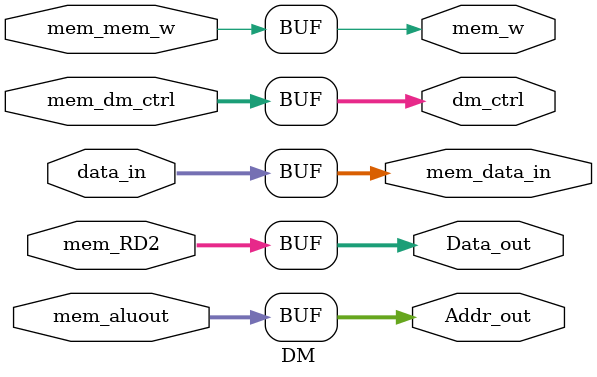
<source format=v>
`timescale 1ns / 1ps


module DM(
    input [31:0] mem_aluout,
    input [31:0] data_in,
    input [31:0] mem_RD2,
    input mem_mem_w,
    input [2:0] mem_dm_ctrl,

    output [31:0] mem_data_in,
    output [31:0] Addr_out,
    output [31:0] Data_out,
    output mem_w,
    output [2:0] dm_ctrl
    );
    
    assign mem_data_in = data_in;
    assign Addr_out = mem_aluout;
    assign Data_out = mem_RD2;
    assign mem_w = mem_mem_w;
    assign dm_ctrl = mem_dm_ctrl;
endmodule

</source>
